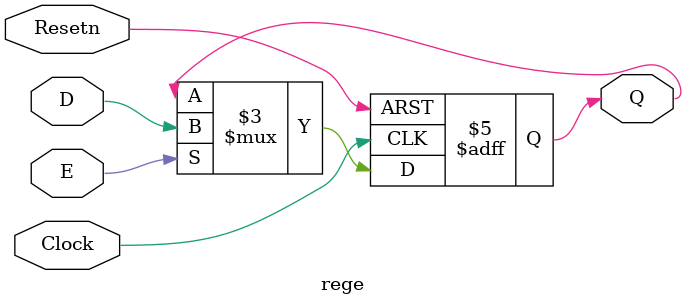
<source format=v>
module rege(D, Clock, Resetn, E, Q);
	input D, Clock, Resetn, E;
	output reg Q;
	
	always @(posedge Clock, negedge Resetn)
		if(Resetn == 0)
			Q <= 0;
		else if(E)
			Q<=D;
endmodule

</source>
